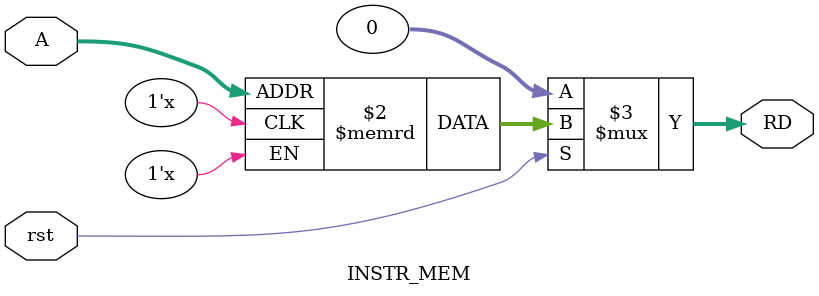
<source format=v>
module INSTR_MEM(
    input [31:0] A,
    input rst,
    output wire [31:0] RD
);
reg [31:0] mem[1023:0];
assign RD = (rst== 1'b0) ? 32'b0 : mem[A];
endmodule
</source>
